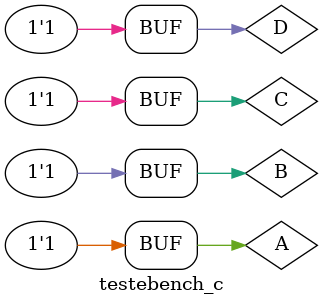
<source format=v>
module testebench_c();

	reg A, B, C, D;
	wire [7:0]S;
	
	decodificador_c dut (A, B, C, D, S);
	
	initial
		begin
					A = 0; B = 0; C = 0; D = 0; #50
					A = 0; B = 0; C = 0; D = 1; #50
					A = 0; B = 0; C = 1; D = 0; #50
					A = 0; B = 0; C = 1; D = 1; #50
					A = 0; B = 1; C = 0; D = 0; #50
					A = 0; B = 1; C = 0; D = 1; #50
					A = 0; B = 1; C = 1; D = 0; #50
					A = 0; B = 1; C = 1; D = 1; #50
					
					A = 1; B = 0; C = 0; D = 0; #50
					A = 1; B = 0; C = 0; D = 1; #50
					A = 1; B = 0; C = 1; D = 0; #50
					A = 1; B = 0; C = 1; D = 1; #50
					A = 1; B = 1; C = 0; D = 0; #50
					A = 1; B = 1; C = 0; D = 1; #50
					A = 1; B = 1; C = 1; D = 0; #50
					A = 1; B = 1; C = 1; D = 1; #50;
			end
endmodule

</source>
